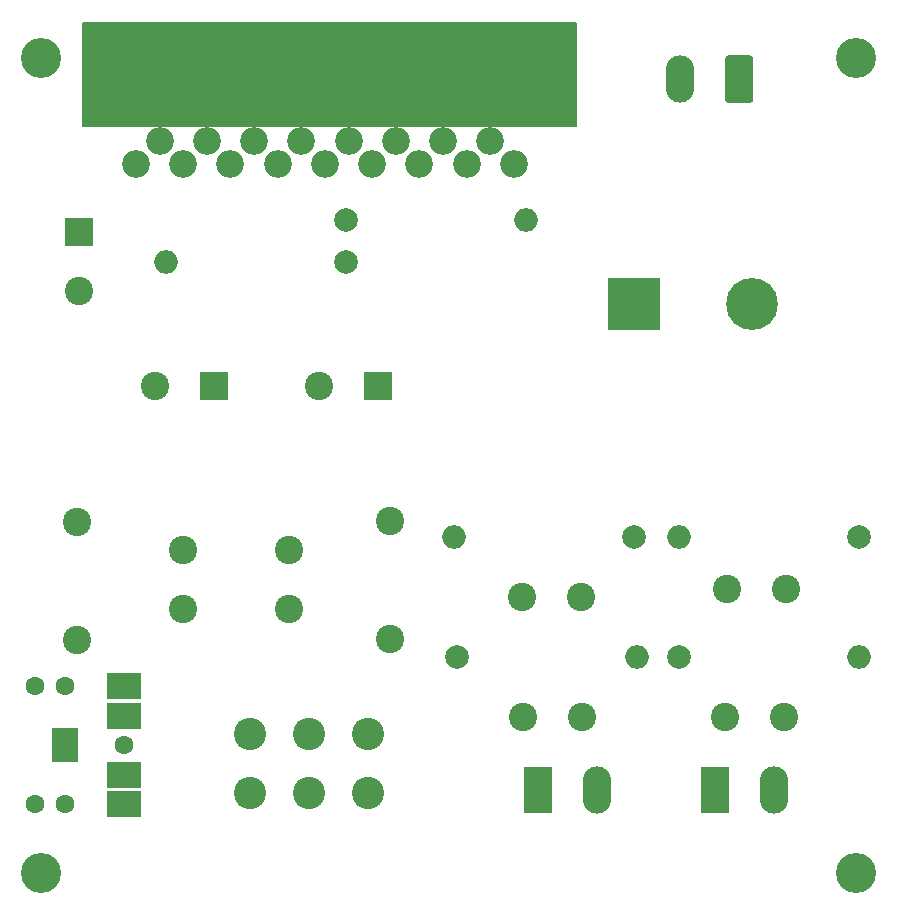
<source format=gbr>
G04 #@! TF.GenerationSoftware,KiCad,Pcbnew,(5.1.2-1)-1*
G04 #@! TF.CreationDate,2019-07-29T11:07:22+08:00*
G04 #@! TF.ProjectId,TA8210,54413832-3130-42e6-9b69-6361645f7063,rev?*
G04 #@! TF.SameCoordinates,Original*
G04 #@! TF.FileFunction,Soldermask,Bot*
G04 #@! TF.FilePolarity,Negative*
%FSLAX46Y46*%
G04 Gerber Fmt 4.6, Leading zero omitted, Abs format (unit mm)*
G04 Created by KiCad (PCBNEW (5.1.2-1)-1) date 2019-07-29 11:07:22*
%MOMM*%
%LPD*%
G04 APERTURE LIST*
%ADD10C,0.150000*%
%ADD11C,3.400000*%
%ADD12R,4.400000X4.400000*%
%ADD13C,4.400000*%
%ADD14C,2.400000*%
%ADD15R,2.400000X2.400000*%
%ADD16O,2.000000X2.000000*%
%ADD17C,2.000000*%
%ADD18C,2.350000*%
%ADD19C,2.740000*%
%ADD20O,2.400000X4.000000*%
%ADD21R,2.400000X4.000000*%
%ADD22C,1.600000*%
%ADD23R,2.200000X2.900000*%
%ADD24R,2.900000X2.200000*%
%ADD25C,0.100000*%
G04 APERTURE END LIST*
D10*
G36*
X118250000Y-68750000D02*
G01*
X76500000Y-68750000D01*
X76500000Y-60000000D01*
X118250000Y-60000000D01*
X118250000Y-68750000D01*
G37*
X118250000Y-68750000D02*
X76500000Y-68750000D01*
X76500000Y-60000000D01*
X118250000Y-60000000D01*
X118250000Y-68750000D01*
D11*
X104750000Y-63000000D03*
X89250000Y-63000000D03*
X73000000Y-63000000D03*
X142000000Y-63000000D03*
X142000000Y-132000000D03*
D12*
X123190000Y-83820000D03*
D13*
X133190000Y-83820000D03*
D14*
X102500000Y-102174000D03*
X102500000Y-112174000D03*
X85000000Y-104648000D03*
X85000000Y-109648000D03*
X94000000Y-109648000D03*
X94000000Y-104648000D03*
D15*
X101500000Y-90750000D03*
D14*
X96500000Y-90750000D03*
X76200000Y-82724000D03*
D15*
X76200000Y-77724000D03*
D14*
X82630000Y-90750000D03*
D15*
X87630000Y-90750000D03*
D14*
X135890000Y-118745000D03*
X130890000Y-118745000D03*
X118745000Y-118745000D03*
X113745000Y-118745000D03*
X136064000Y-107950000D03*
X131064000Y-107950000D03*
X118665000Y-108585000D03*
X113665000Y-108585000D03*
D16*
X83566000Y-80264000D03*
D17*
X98806000Y-80264000D03*
X127000000Y-113665000D03*
D16*
X142240000Y-113665000D03*
D17*
X108204000Y-113665000D03*
D16*
X123444000Y-113665000D03*
X127000000Y-103505000D03*
D17*
X142240000Y-103505000D03*
D16*
X107950000Y-103505000D03*
D17*
X123190000Y-103505000D03*
D18*
X81000000Y-72000000D03*
X83000000Y-70000000D03*
X85000000Y-72000000D03*
X87000000Y-70000000D03*
X89000000Y-72000000D03*
X91000000Y-70000000D03*
X93000000Y-72000000D03*
X95000000Y-70000000D03*
X97000000Y-72000000D03*
X99000000Y-70000000D03*
X101000000Y-72000000D03*
X103000000Y-70000000D03*
X105000000Y-72000000D03*
X107000000Y-70000000D03*
X109000000Y-72000000D03*
X111000000Y-70000000D03*
X113000000Y-72000000D03*
D19*
X100678000Y-125222000D03*
X95678000Y-125222000D03*
X90678000Y-125222000D03*
X100678000Y-120222000D03*
X95678000Y-120222000D03*
X90678000Y-120222000D03*
D14*
X76000000Y-112268000D03*
X76000000Y-102268000D03*
D17*
X98806000Y-76708000D03*
D16*
X114046000Y-76708000D03*
D20*
X135000000Y-125000000D03*
D21*
X130000000Y-125000000D03*
X115000000Y-125000000D03*
D20*
X120000000Y-125000000D03*
D11*
X73000000Y-132000000D03*
D22*
X72459200Y-126183400D03*
X74959200Y-126183400D03*
X72459200Y-116183400D03*
X74959200Y-116183400D03*
X79959200Y-121183400D03*
D23*
X74959200Y-121183400D03*
D24*
X79959200Y-126183400D03*
X79959200Y-116183400D03*
X79959200Y-123683400D03*
X79959200Y-118683400D03*
D25*
G36*
X133009405Y-62771445D02*
G01*
X133038527Y-62775764D01*
X133067085Y-62782918D01*
X133094805Y-62792836D01*
X133121419Y-62805424D01*
X133146671Y-62820559D01*
X133170318Y-62838097D01*
X133192132Y-62857868D01*
X133211903Y-62879682D01*
X133229441Y-62903329D01*
X133244576Y-62928581D01*
X133257164Y-62955195D01*
X133267082Y-62982915D01*
X133274236Y-63011473D01*
X133278555Y-63040595D01*
X133280000Y-63070000D01*
X133280000Y-66470000D01*
X133278555Y-66499405D01*
X133274236Y-66528527D01*
X133267082Y-66557085D01*
X133257164Y-66584805D01*
X133244576Y-66611419D01*
X133229441Y-66636671D01*
X133211903Y-66660318D01*
X133192132Y-66682132D01*
X133170318Y-66701903D01*
X133146671Y-66719441D01*
X133121419Y-66734576D01*
X133094805Y-66747164D01*
X133067085Y-66757082D01*
X133038527Y-66764236D01*
X133009405Y-66768555D01*
X132980000Y-66770000D01*
X131180000Y-66770000D01*
X131150595Y-66768555D01*
X131121473Y-66764236D01*
X131092915Y-66757082D01*
X131065195Y-66747164D01*
X131038581Y-66734576D01*
X131013329Y-66719441D01*
X130989682Y-66701903D01*
X130967868Y-66682132D01*
X130948097Y-66660318D01*
X130930559Y-66636671D01*
X130915424Y-66611419D01*
X130902836Y-66584805D01*
X130892918Y-66557085D01*
X130885764Y-66528527D01*
X130881445Y-66499405D01*
X130880000Y-66470000D01*
X130880000Y-63070000D01*
X130881445Y-63040595D01*
X130885764Y-63011473D01*
X130892918Y-62982915D01*
X130902836Y-62955195D01*
X130915424Y-62928581D01*
X130930559Y-62903329D01*
X130948097Y-62879682D01*
X130967868Y-62857868D01*
X130989682Y-62838097D01*
X131013329Y-62820559D01*
X131038581Y-62805424D01*
X131065195Y-62792836D01*
X131092915Y-62782918D01*
X131121473Y-62775764D01*
X131150595Y-62771445D01*
X131180000Y-62770000D01*
X132980000Y-62770000D01*
X133009405Y-62771445D01*
X133009405Y-62771445D01*
G37*
D14*
X132080000Y-64770000D03*
D20*
X127080000Y-64770000D03*
M02*

</source>
